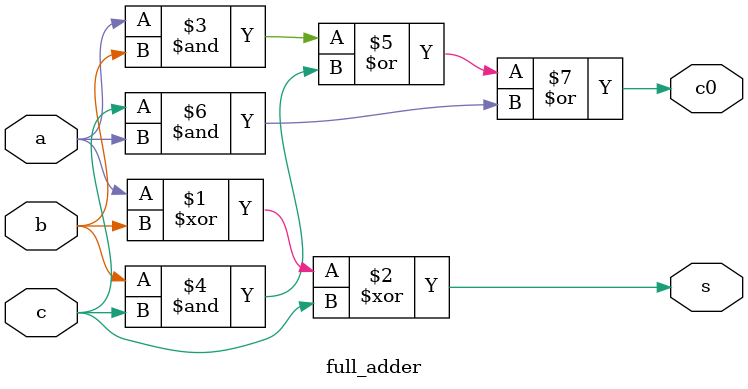
<source format=v>
module full_adder(input a, b, c , output s,c0);

assign s= a^b^c ;
assign c0= a&b| b&c |c&a ;


endmodule 

</source>
